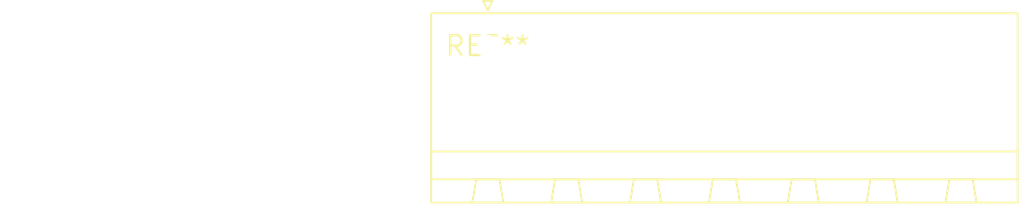
<source format=kicad_pcb>
(kicad_pcb (version 20240108) (generator pcbnew)
  (layers (0 "F.Cu" signal) (31 "B.Cu" signal) (34 "B.Paste" user) (35 "F.Paste" user) (36 "B.SilkS" user "B.Silkscreen") (37 "F.SilkS" user "F.Silkscreen") (38 "B.Mask" user) (39 "F.Mask" user) (44 "Edge.Cuts" user))
  (net 0 "")
  (footprint "PhoenixContact_MSTBA_2,5_7-G-5,08_1x07_P5.08mm_Horizontal" (layer "F.Cu") (at 0 0)
    (property "Reference" "REF**")
    (property "Value" "PhoenixContact_MSTBA_2,5_7-G-5,08_1x07_P5.08mm_Horizontal")
    (fp_line (start -3.65 -2.11) (end -3.65 10.11) (layer "F.SilkS") (stroke (width 0.12)))
    (fp_line (start -3.65 6.81) (end 34.13 6.81) (layer "F.SilkS") (stroke (width 0.12)))
    (fp_line (start -3.65 8.61) (end -3.65 6.81) (layer "F.SilkS") (stroke (width 0.12)))
    (fp_line (start -3.65 10.11) (end 34.13 10.11) (layer "F.SilkS") (stroke (width 0.12)))
    (fp_line (start -1 10.11) (end 1 10.11) (layer "F.SilkS") (stroke (width 0.12)))
    (fp_line (start -0.75 8.61) (end -1 10.11) (layer "F.SilkS") (stroke (width 0.12)))
    (fp_line (start -0.3 -2.91) (end 0.3 -2.91) (layer "F.SilkS") (stroke (width 0.12)))
    (fp_line (start 0 -2.31) (end -0.3 -2.91) (layer "F.SilkS") (stroke (width 0.12)))
    (fp_line (start 0.3 -2.91) (end 0 -2.31) (layer "F.SilkS") (stroke (width 0.12)))
    (fp_line (start 0.75 8.61) (end -0.75 8.61) (layer "F.SilkS") (stroke (width 0.12)))
    (fp_line (start 1 10.11) (end 0.75 8.61) (layer "F.SilkS") (stroke (width 0.12)))
    (fp_line (start 4.08 10.11) (end 6.08 10.11) (layer "F.SilkS") (stroke (width 0.12)))
    (fp_line (start 4.33 8.61) (end 4.08 10.11) (layer "F.SilkS") (stroke (width 0.12)))
    (fp_line (start 5.83 8.61) (end 4.33 8.61) (layer "F.SilkS") (stroke (width 0.12)))
    (fp_line (start 6.08 10.11) (end 5.83 8.61) (layer "F.SilkS") (stroke (width 0.12)))
    (fp_line (start 9.16 10.11) (end 11.16 10.11) (layer "F.SilkS") (stroke (width 0.12)))
    (fp_line (start 9.41 8.61) (end 9.16 10.11) (layer "F.SilkS") (stroke (width 0.12)))
    (fp_line (start 10.91 8.61) (end 9.41 8.61) (layer "F.SilkS") (stroke (width 0.12)))
    (fp_line (start 11.16 10.11) (end 10.91 8.61) (layer "F.SilkS") (stroke (width 0.12)))
    (fp_line (start 14.24 10.11) (end 16.24 10.11) (layer "F.SilkS") (stroke (width 0.12)))
    (fp_line (start 14.49 8.61) (end 14.24 10.11) (layer "F.SilkS") (stroke (width 0.12)))
    (fp_line (start 15.99 8.61) (end 14.49 8.61) (layer "F.SilkS") (stroke (width 0.12)))
    (fp_line (start 16.24 10.11) (end 15.99 8.61) (layer "F.SilkS") (stroke (width 0.12)))
    (fp_line (start 19.32 10.11) (end 21.32 10.11) (layer "F.SilkS") (stroke (width 0.12)))
    (fp_line (start 19.57 8.61) (end 19.32 10.11) (layer "F.SilkS") (stroke (width 0.12)))
    (fp_line (start 21.07 8.61) (end 19.57 8.61) (layer "F.SilkS") (stroke (width 0.12)))
    (fp_line (start 21.32 10.11) (end 21.07 8.61) (layer "F.SilkS") (stroke (width 0.12)))
    (fp_line (start 24.4 10.11) (end 26.4 10.11) (layer "F.SilkS") (stroke (width 0.12)))
    (fp_line (start 24.65 8.61) (end 24.4 10.11) (layer "F.SilkS") (stroke (width 0.12)))
    (fp_line (start 26.15 8.61) (end 24.65 8.61) (layer "F.SilkS") (stroke (width 0.12)))
    (fp_line (start 26.4 10.11) (end 26.15 8.61) (layer "F.SilkS") (stroke (width 0.12)))
    (fp_line (start 29.48 10.11) (end 31.48 10.11) (layer "F.SilkS") (stroke (width 0.12)))
    (fp_line (start 29.73 8.61) (end 29.48 10.11) (layer "F.SilkS") (stroke (width 0.12)))
    (fp_line (start 31.23 8.61) (end 29.73 8.61) (layer "F.SilkS") (stroke (width 0.12)))
    (fp_line (start 31.48 10.11) (end 31.23 8.61) (layer "F.SilkS") (stroke (width 0.12)))
    (fp_line (start 34.13 -2.11) (end -3.65 -2.11) (layer "F.SilkS") (stroke (width 0.12)))
    (fp_line (start 34.13 6.81) (end 34.13 8.61) (layer "F.SilkS") (stroke (width 0.12)))
    (fp_line (start 34.13 8.61) (end -3.65 8.61) (layer "F.SilkS") (stroke (width 0.12)))
    (fp_line (start 34.13 10.11) (end 34.13 -2.11) (layer "F.SilkS") (stroke (width 0.12)))
    (pad "1" thru_hole roundrect (at 0 0) (size 2.08 3.6) (drill 1.4) (layers *.Cu *.Mask) (remove_unused_layers) (roundrect_rratio 0.120192))
    (pad "2" thru_hole oval (at 5.08 0) (size 2.08 3.6) (drill 1.4) (layers *.Cu *.Mask) (remove_unused_layers))
    (pad "3" thru_hole oval (at 10.16 0) (size 2.08 3.6) (drill 1.4) (layers *.Cu *.Mask) (remove_unused_layers))
    (pad "4" thru_hole oval (at 15.24 0) (size 2.08 3.6) (drill 1.4) (layers *.Cu *.Mask) (remove_unused_layers))
    (pad "5" thru_hole oval (at 20.32 0) (size 2.08 3.6) (drill 1.4) (layers *.Cu *.Mask) (remove_unused_layers))
    (pad "6" thru_hole oval (at 25.4 0) (size 2.08 3.6) (drill 1.4) (layers *.Cu *.Mask) (remove_unused_layers))
    (pad "7" thru_hole oval (at 30.48 0) (size 2.08 3.6) (drill 1.4) (layers *.Cu *.Mask) (remove_unused_layers))
  )
)
</source>
